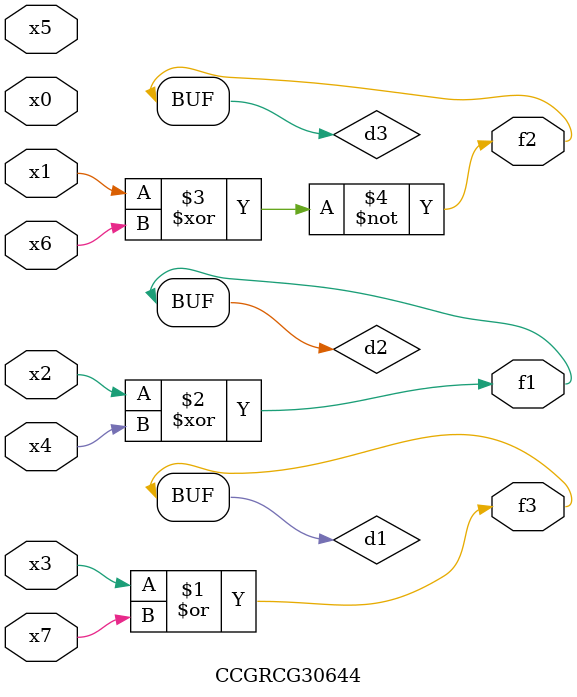
<source format=v>
module CCGRCG30644(
	input x0, x1, x2, x3, x4, x5, x6, x7,
	output f1, f2, f3
);

	wire d1, d2, d3;

	or (d1, x3, x7);
	xor (d2, x2, x4);
	xnor (d3, x1, x6);
	assign f1 = d2;
	assign f2 = d3;
	assign f3 = d1;
endmodule

</source>
